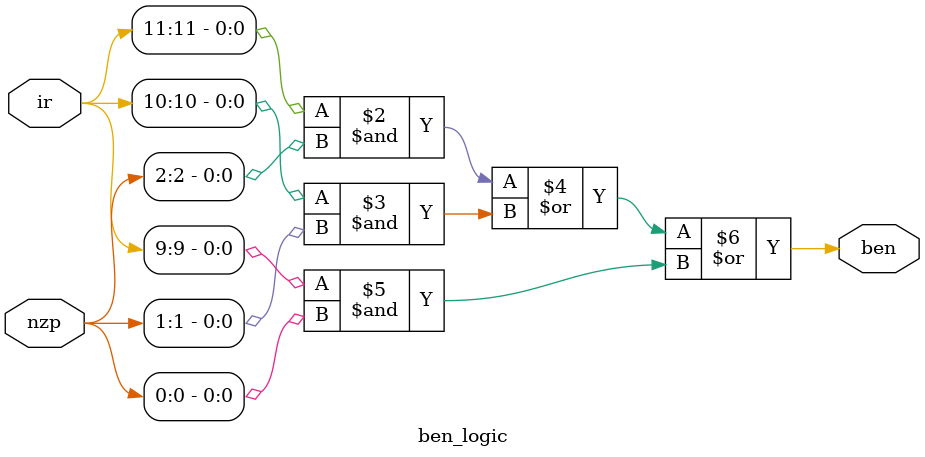
<source format=sv>
module nzp_logic (
    input logic [15:0] bus,
    
    output logic [2:0] nzp
);

    always_comb begin
        if (bus == 16'b0) begin
            nzp = 3'b010; // Zero flag set
        end else if (bus[15] == 1) begin
            nzp = 3'b100; // Negative flag set
        end else begin
            nzp = 3'b001; // Positive flag set
        end
    end

endmodule


module ben_logic (
    input logic [2:0] nzp,
    input logic [15:0] ir,
    
    output logic ben
);

    always_comb begin
        // Check if any of the condition codes (N, Z, P) specified in IR match the nzp flags
        ben = (ir[11] & nzp[2]) | 
              (ir[10] & nzp[1]) |
              (ir[9] & nzp[0]);  
    end


endmodule
</source>
